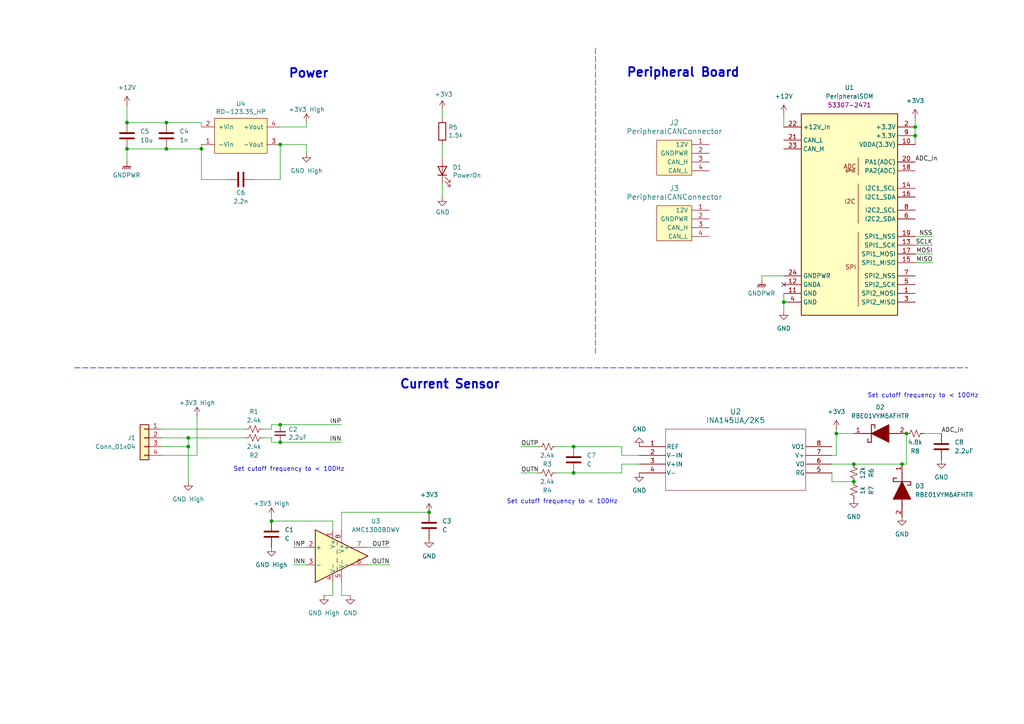
<source format=kicad_sch>
(kicad_sch (version 20231120) (generator "eeschema") (generator_version "8.0")
  (paper "A4")
  (lib_symbols
    (symbol "+3V3_1" (power) (pin_numbers hide) (pin_names (offset 0) hide)
      (property "Value" "+3V3" (at 0 3.556 0))
      (symbol "+3V3_1_0_1"
        (polyline (pts (xy -0.762 1.27) (xy 0 2.54)))
        (polyline (pts (xy 0 0) (xy 0 2.54)))
        (polyline (pts (xy 0 2.54) (xy 0.762 1.27)))
      )
      (symbol "+3V3_1_1_1"
        (pin power_in line (at 0 0 90) (length 0) (name "~") (number "1"))
      )
    )
    (symbol "Amplifier_Difference:AMC1300BDWV" (pin_names (offset 0.127))
      (property "Reference" "U" (at 7.62 8.89 0))
      (property "Value" "AMC1300BDWV" (at 1.27 6.35 0))
      (symbol "AMC1300BDWV_0_1"
        (polyline (pts (xy -1.27 -3.175) (xy -1.27 -4.445)))
        (polyline (pts (xy -1.27 -0.635) (xy -1.27 -1.905)))
        (polyline (pts (xy -1.27 1.905) (xy -1.27 0.635)))
        (polyline (pts (xy -1.27 4.445) (xy -1.27 3.175)))
        (polyline (pts (xy -7.62 -7.62) (xy -7.62 7.62) (xy 7.62 0) (xy -7.62 -7.62)) (stroke (width 0.254)) (fill (type background)))
      )
      (symbol "AMC1300BDWV_1_1"
        (pin power_in line (at -2.54 7.62 270) (length 2.54) (name "V+") (number "1"))
        (pin input line (at -10.16 2.54 0) (length 2.54) (name "+") (number "2"))
        (pin input line (at -10.16 -2.54 0) (length 2.54) (name "-") (number "3"))
        (pin power_in line (at -2.54 -7.62 90) (length 2.54) (name "V-") (number "4"))
        (pin power_in line (at 0 -7.62 90) (length 3.81) (name "V-") (number "5"))
        (pin output line (at 7.62 -2.54 180) (length 5.08) (name "-") (number "6"))
        (pin output line (at 7.62 2.54 180) (length 5.08) (name "+") (number "7"))
        (pin power_in line (at 0 7.62 270) (length 3.81) (name "V+") (number "8"))
      )
    )
    (symbol "Connector_Generic:Conn_01x04" (pin_names (offset 1.016) hide)
      (property "Reference" "J" (at 0 5.08 0))
      (property "Value" "Conn_01x04" (at 0 -7.62 0))
      (symbol "Conn_01x04_1_1"
        (rectangle (start -1.27 -4.953) (end 0 -5.207) (stroke (width 0.1524)))
        (rectangle (start -1.27 -2.413) (end 0 -2.667) (stroke (width 0.1524)))
        (rectangle (start -1.27 0.127) (end 0 -0.127) (stroke (width 0.1524)))
        (rectangle (start -1.27 2.667) (end 0 2.413) (stroke (width 0.1524)))
        (rectangle (start -1.27 3.81) (end 1.27 -6.35) (stroke (width 0.254)) (fill (type background)))
        (pin passive line (at -5.08 2.54 0) (length 3.81) (name "Pin_1") (number "1"))
        (pin passive line (at -5.08 0 0) (length 3.81) (name "Pin_2") (number "2"))
        (pin passive line (at -5.08 -2.54 0) (length 3.81) (name "Pin_3") (number "3"))
        (pin passive line (at -5.08 -5.08 0) (length 3.81) (name "Pin_4") (number "4"))
      )
    )
    (symbol "Device:C" (pin_numbers hide) (pin_names (offset 0.254))
      (property "Reference" "C" (at 0.635 2.54 0))
      (property "Value" "C" (at 0.635 -2.54 0))
      (symbol "C_0_1"
        (polyline (pts (xy -2.032 -0.762) (xy 2.032 -0.762)) (stroke (width 0.508)))
        (polyline (pts (xy -2.032 0.762) (xy 2.032 0.762)) (stroke (width 0.508)))
      )
      (symbol "C_1_1"
        (pin passive line (at 0 3.81 270) (length 2.794) (name "~") (number "1"))
        (pin passive line (at 0 -3.81 90) (length 2.794) (name "~") (number "2"))
      )
    )
    (symbol "Device:C_Small" (pin_numbers hide) (pin_names (offset 0.254) hide)
      (property "Reference" "C" (at 0.254 1.778 0))
      (property "Value" "C_Small" (at 0.254 -2.032 0))
      (symbol "C_Small_0_1"
        (polyline (pts (xy -1.524 -0.508) (xy 1.524 -0.508)) (stroke (width 0.3302)))
        (polyline (pts (xy -1.524 0.508) (xy 1.524 0.508)) (stroke (width 0.3048)))
      )
      (symbol "C_Small_1_1"
        (pin passive line (at 0 2.54 270) (length 2.032) (name "~") (number "1"))
        (pin passive line (at 0 -2.54 90) (length 2.032) (name "~") (number "2"))
      )
    )
    (symbol "Device:LED" (pin_numbers hide) (pin_names (offset 1.016) hide)
      (property "Reference" "D" (at 0 2.54 0))
      (property "Value" "LED" (at 0 -2.54 0))
      (symbol "LED_0_1"
        (polyline (pts (xy -1.27 -1.27) (xy -1.27 1.27)) (stroke (width 0.254)))
        (polyline (pts (xy -1.27 0) (xy 1.27 0)))
        (polyline (pts (xy 1.27 -1.27) (xy 1.27 1.27) (xy -1.27 0) (xy 1.27 -1.27)) (stroke (width 0.254)))
        (polyline (pts (xy -3.048 -0.762) (xy -4.572 -2.286) (xy -3.81 -2.286) (xy -4.572 -2.286) (xy -4.572 -1.524)))
        (polyline (pts (xy -1.778 -0.762) (xy -3.302 -2.286) (xy -2.54 -2.286) (xy -3.302 -2.286) (xy -3.302 -1.524)))
      )
      (symbol "LED_1_1"
        (pin passive line (at -3.81 0 0) (length 2.54) (name "K") (number "1"))
        (pin passive line (at 3.81 0 180) (length 2.54) (name "A") (number "2"))
      )
    )
    (symbol "Device:R" (pin_numbers hide) (pin_names (offset 0))
      (property "Reference" "R" (at 2.032 0 90))
      (property "Value" "R" (at 0 0 90))
      (symbol "R_0_1"
        (rectangle (start -1.016 -2.54) (end 1.016 2.54) (stroke (width 0.254)))
      )
      (symbol "R_1_1"
        (pin passive line (at 0 3.81 270) (length 1.27) (name "~") (number "1"))
        (pin passive line (at 0 -3.81 90) (length 1.27) (name "~") (number "2"))
      )
    )
    (symbol "Device:R_Small_US" (pin_numbers hide) (pin_names (offset 0.254) hide)
      (property "Reference" "R" (at 0.762 0.508 0))
      (property "Value" "R_Small_US" (at 0.762 -1.016 0))
      (symbol "R_Small_US_1_1"
        (polyline (pts (xy 0 0) (xy 1.016 -0.381) (xy 0 -0.762) (xy -1.016 -1.143) (xy 0 -1.524)))
        (polyline (pts (xy 0 1.524) (xy 1.016 1.143) (xy 0 0.762) (xy -1.016 0.381) (xy 0 0)))
        (pin passive line (at 0 2.54 270) (length 1.016) (name "~") (number "1"))
        (pin passive line (at 0 -2.54 90) (length 1.016) (name "~") (number "2"))
      )
    )
    (symbol "GND_2" (power) (pin_numbers hide) (pin_names (offset 0) hide)
      (property "Value" "GND" (at 0 -3.81 0))
      (symbol "GND_2_0_1"
        (polyline (pts (xy 0 0) (xy 0 -1.27) (xy 1.27 -1.27) (xy 0 -2.54) (xy -1.27 -1.27) (xy 0 -1.27)))
      )
      (symbol "GND_2_1_1"
        (pin power_in line (at 0 0 270) (length 0) (name "~") (number "1"))
      )
    )
    (symbol "GND_3" (power) (pin_numbers hide) (pin_names (offset 0) hide)
      (property "Value" "GND" (at 0 -3.81 0))
      (symbol "GND_3_0_1"
        (polyline (pts (xy 0 0) (xy 0 -1.27) (xy 1.27 -1.27) (xy 0 -2.54) (xy -1.27 -1.27) (xy 0 -1.27)))
      )
      (symbol "GND_3_1_1"
        (pin power_in line (at 0 0 270) (length 0) (name "~") (number "1"))
      )
    )
    (symbol "power:+12V" (power) (pin_numbers hide) (pin_names (offset 0) hide)
      (property "Value" "+12V" (at 0 3.556 0))
      (symbol "+12V_0_1"
        (polyline (pts (xy -0.762 1.27) (xy 0 2.54)))
        (polyline (pts (xy 0 0) (xy 0 2.54)))
        (polyline (pts (xy 0 2.54) (xy 0.762 1.27)))
      )
      (symbol "+12V_1_1"
        (pin power_in line (at 0 0 90) (length 0) (name "~") (number "1"))
      )
    )
    (symbol "power:+3.3V" (power) (pin_names (offset 0))
      (property "Value" "+3.3V" (at 0 3.556 0))
      (symbol "+3.3V_0_1"
        (polyline (pts (xy -0.762 1.27) (xy 0 2.54)))
        (polyline (pts (xy 0 0) (xy 0 2.54)))
        (polyline (pts (xy 0 2.54) (xy 0.762 1.27)))
      )
      (symbol "+3.3V_1_1"
        (pin power_in line (at 0 0 90) (length 0) hide (name "+3V3") (number "1"))
      )
    )
    (symbol "power:+3V3" (power) (pin_names (offset 0))
      (property "Value" "+3V3" (at 0 3.556 0))
      (symbol "+3V3_0_1"
        (polyline (pts (xy -0.762 1.27) (xy 0 2.54)))
        (polyline (pts (xy 0 0) (xy 0 2.54)))
        (polyline (pts (xy 0 2.54) (xy 0.762 1.27)))
      )
      (symbol "+3V3_1_1"
        (pin power_in line (at 0 0 90) (length 0) hide (name "+3V3") (number "1"))
      )
    )
    (symbol "power:GND" (power) (pin_names (offset 0))
      (property "Value" "GND" (at 0 -3.81 0))
      (symbol "GND_0_1"
        (polyline (pts (xy 0 0) (xy 0 -1.27) (xy 1.27 -1.27) (xy 0 -2.54) (xy -1.27 -1.27) (xy 0 -1.27)))
      )
      (symbol "GND_1_1"
        (pin power_in line (at 0 0 270) (length 0) hide (name "GND") (number "1"))
      )
    )
    (symbol "power:GNDPWR" (power) (pin_numbers hide) (pin_names (offset 0) hide)
      (property "Value" "GNDPWR" (at 0 -3.302 0))
      (symbol "GNDPWR_0_1"
        (polyline (pts (xy 0 -1.27) (xy 0 0)))
        (polyline (pts (xy -1.016 -1.27) (xy -1.27 -2.032) (xy -1.27 -2.032)) (stroke (width 0.2032)))
        (polyline (pts (xy -0.508 -1.27) (xy -0.762 -2.032) (xy -0.762 -2.032)) (stroke (width 0.2032)))
        (polyline (pts (xy 0 -1.27) (xy -0.254 -2.032) (xy -0.254 -2.032)) (stroke (width 0.2032)))
        (polyline (pts (xy 0.508 -1.27) (xy 0.254 -2.032) (xy 0.254 -2.032)) (stroke (width 0.2032)))
        (polyline (pts (xy 1.016 -1.27) (xy -1.016 -1.27) (xy -1.016 -1.27)) (stroke (width 0.2032)))
        (polyline (pts (xy 1.016 -1.27) (xy 0.762 -2.032) (xy 0.762 -2.032) (xy 0.762 -2.032)) (stroke (width 0.2032)))
      )
      (symbol "GNDPWR_1_1"
        (pin power_in line (at 0 0 270) (length 0) (name "~") (number "1"))
      )
    )
    (symbol "usvt-chips:INA145UA_2K5" (pin_names (offset 0.254))
      (property "Reference" "U" (at 27.94 10.16 0))
      (property "Value" "INA145UA/2K5" (at 27.94 7.62 0))
      (symbol "INA145UA_2K5_0_1"
        (polyline (pts (xy 7.62 -12.7) (xy 48.26 -12.7)) (stroke (width 0.127)))
        (polyline (pts (xy 7.62 5.08) (xy 7.62 -12.7)) (stroke (width 0.127)))
        (polyline (pts (xy 48.26 -12.7) (xy 48.26 5.08)) (stroke (width 0.127)))
        (polyline (pts (xy 48.26 5.08) (xy 7.62 5.08)) (stroke (width 0.127)))
        (pin unspecified line (at 0 0 0) (length 7.62) (name "REF") (number "1"))
        (pin input line (at 0 -2.54 0) (length 7.62) (name "V-IN") (number "2"))
        (pin input line (at 0 -5.08 0) (length 7.62) (name "V+IN") (number "3"))
        (pin power_in line (at 0 -7.62 0) (length 7.62) (name "V-") (number "4"))
        (pin unspecified line (at 55.88 -7.62 180) (length 7.62) (name "RG") (number "5"))
        (pin output line (at 55.88 -5.08 180) (length 7.62) (name "VO") (number "6"))
        (pin power_in line (at 55.88 -2.54 180) (length 7.62) (name "V+") (number "7"))
        (pin output line (at 55.88 0 180) (length 7.62) (name "VO1") (number "8"))
      )
    )
    (symbol "usvt-chips:RBE01VYM6AFHTR" (pin_names hide)
      (property "Reference" "D" (at 12.7 8.89 0))
      (property "Value" "RBE01VYM6AFHTR" (at 12.7 6.35 0))
      (symbol "RBE01VYM6AFHTR_1_1"
        (polyline (pts (xy 5.08 0) (xy 7.62 0)) (stroke (width 0.254)))
        (polyline (pts (xy 6.604 -1.524) (xy 6.604 -2.54)) (stroke (width 0.254)))
        (polyline (pts (xy 7.62 -2.54) (xy 6.604 -2.54)) (stroke (width 0.254)))
        (polyline (pts (xy 7.62 2.54) (xy 7.62 -2.54)) (stroke (width 0.254)))
        (polyline (pts (xy 7.62 2.54) (xy 8.636 2.54)) (stroke (width 0.254)))
        (polyline (pts (xy 8.636 1.524) (xy 8.636 2.54)) (stroke (width 0.254)))
        (polyline (pts (xy 12.7 0) (xy 15.24 0)) (stroke (width 0.254)))
        (polyline (pts (xy 7.62 0) (xy 12.7 2.54) (xy 12.7 -2.54) (xy 7.62 0)) (stroke (width 0.254)) (fill (type outline)))
        (pin passive line (at 2.54 0 0) (length 2.54) (name "K") (number "1"))
        (pin passive line (at 17.78 0 180) (length 2.54) (name "A") (number "2"))
      )
    )
    (symbol "utsvt-connectors:PeripheralCANConnector" (pin_names (offset 1.016))
      (property "Reference" "J" (at 1.27 -6.35 0))
      (property "Value" "PeripheralCANConnector" (at 0 6.35 0))
      (symbol "PeripheralCANConnector_0_1"
        (rectangle (start -5.08 5.08) (end 5.08 -5.08) (fill (type background)))
      )
      (symbol "PeripheralCANConnector_1_1"
        (pin power_in line (at 10.16 3.81 180) (length 5.08) (name "12V") (number "1"))
        (pin power_in line (at 10.16 1.27 180) (length 5.08) (name "GNDPWR") (number "2"))
        (pin bidirectional line (at 10.16 -1.27 180) (length 5.08) (name "CAN_H") (number "3"))
        (pin bidirectional line (at 10.16 -3.81 180) (length 5.08) (name "CAN_L") (number "4"))
      )
    )
    (symbol "utsvt-misc:PeripheralSOM"
      (property "Reference" "U" (at -13.716 30.48 0))
      (property "Value" "PeripheralSOM" (at 7.112 30.48 0))
      (property "P/N" "53307-2471" (at 0 0 0))
      (symbol "PeripheralSOM_1_1"
        (rectangle (start -13.97 29.21) (end 13.97 -29.21) (stroke (width 0.254)) (fill (type background)))
        (polyline (pts (xy 2.54 -5.08) (xy 2.54 -26.67)))
        (polyline (pts (xy 2.54 8.89) (xy 2.54 -2.54)))
        (polyline (pts (xy 2.54 16.51) (xy 2.54 11.43)))
        (text "ADC" (at 2.032 13.97 0) (effects (font (size 1.27 1.27)) (justify right)))
        (text "GPIO" (at 1.778 12.7 0) (effects (font (size 0.8 0.8)) (justify right)))
        (text "I2C" (at 1.778 3.81 0) (effects (font (size 1.27 1.27)) (justify right)))
        (text "SPI" (at 2.032 -15.24 0) (effects (font (size 1.27 1.27)) (justify right)))
        (pin passive line (at 19.05 -22.86 180) (length 5.08) (name "SPI2_MOSI") (number "1"))
        (pin passive line (at 19.05 20.32 180) (length 5.08) (name "VDDA(3.3V)") (number "10"))
        (pin output line (at -19.05 -22.86 0) (length 5.08) (name "GND") (number "11"))
        (pin output line (at -19.05 -20.32 0) (length 5.08) (name "GNDA") (number "12"))
        (pin passive line (at 19.05 -8.89 180) (length 5.08) (name "SPI1_SCK") (number "13"))
        (pin passive line (at 19.05 7.62 180) (length 5.08) (name "I2C1_SCL") (number "14"))
        (pin passive line (at 19.05 -13.97 180) (length 5.08) (name "SPI1_MISO") (number "15"))
        (pin passive line (at 19.05 5.08 180) (length 5.08) (name "I2C1_SDA") (number "16"))
        (pin passive line (at 19.05 -11.43 180) (length 5.08) (name "SPI1_MOSI") (number "17"))
        (pin passive line (at 19.05 12.7 180) (length 5.08) (name "PA2(ADC)") (number "18"))
        (pin passive line (at 19.05 -6.35 180) (length 5.08) (name "SPI1_NSS") (number "19"))
        (pin passive line (at 19.05 25.4 180) (length 5.08) (name "+3.3V") (number "2"))
        (pin passive line (at 19.05 15.24 180) (length 5.08) (name "PA1(ADC)") (number "20"))
        (pin passive line (at -19.05 21.59 0) (length 5.08) (name "CAN_L") (number "21"))
        (pin input line (at -19.05 25.4 0) (length 5.08) (name "+12V_In") (number "22"))
        (pin passive line (at -19.05 19.05 0) (length 5.08) (name "CAN_H") (number "23"))
        (pin passive line (at -19.05 -17.78 0) (length 5.08) (name "GNDPWR") (number "24"))
        (pin passive line (at 19.05 -25.4 180) (length 5.08) (name "SPI2_MISO") (number "3"))
        (pin output line (at -19.05 -25.4 0) (length 5.08) (name "GND") (number "4"))
        (pin passive line (at 19.05 -20.32 180) (length 5.08) (name "SPI2_SCK") (number "5"))
        (pin passive line (at 19.05 -1.27 180) (length 5.08) (name "I2C2_SDA") (number "6"))
        (pin passive line (at 19.05 -17.78 180) (length 5.08) (name "SPI2_NSS") (number "7"))
        (pin passive line (at 19.05 1.27 180) (length 5.08) (name "I2C2_SCL") (number "8"))
        (pin output line (at 19.05 22.86 180) (length 5.08) (name "+3.3V") (number "9"))
      )
    )
    (symbol "utsvt-power-regulators:RO-123.3S_HP" (pin_names (offset 1.016))
      (property "Reference" "U" (at 0 10.16 0))
      (property "Value" "RO-123.3S_HP" (at 0 7.62 0))
      (symbol "RO-123.3S_HP_1_1"
        (rectangle (start -7.62 5.08) (end 7.62 -5.08) (fill (type background)))
        (pin input line (at -11.43 -2.54 0) (length 3.81) (name "-Vin") (number "1"))
        (pin power_in line (at -11.43 2.54 0) (length 3.81) (name "+Vin") (number "2"))
        (pin power_out line (at 11.43 -2.54 180) (length 3.81) (name "-Vout") (number "3"))
        (pin power_out line (at 11.43 2.54 180) (length 3.81) (name "+Vout") (number "4"))
      )
    )
  )
  (junction (at 36.83 35.56))
  (junction (at 265.43 36.83))
  (junction (at 36.83 43.18))
  (junction (at 265.43 39.37))
  (junction (at 48.26 35.56))
  (junction (at 166.37 129.54))
  (junction (at 227.33 87.63))
  (junction (at 54.61 127))
  (junction (at 78.74 151.13))
  (junction (at 261.62 134.62))
  (junction (at 124.46 148.59))
  (junction (at 247.65 134.62))
  (junction (at 166.37 137.16))
  (junction (at 81.28 123.19))
  (junction (at 262.89 125.73))
  (junction (at 81.28 41.91))
  (junction (at 81.28 128.27))
  (junction (at 54.61 129.54))
  (junction (at 247.65 139.7))
  (junction (at 48.26 43.18))
  (junction (at 242.57 125.73))
  (junction (at 58.42 43.18))
  (no_connect (at 227.33 82.55))
  (wire (pts (xy 54.61 129.54) (xy 54.61 139.7)))
  (wire (pts (xy 78.74 151.13) (xy 96.52 151.13)))
  (wire (pts (xy 180.34 137.16) (xy 166.37 137.16)))
  (wire (pts (xy 48.26 43.18) (xy 58.42 43.18)))
  (wire (pts (xy 78.74 127) (xy 78.74 128.27)))
  (wire (pts (xy 128.27 31.75) (xy 128.27 34.29)))
  (wire (pts (xy 81.28 128.27) (xy 99.06 128.27)))
  (wire (pts (xy 262.89 125.73) (xy 262.89 134.62)))
  (wire (pts (xy 78.74 123.19) (xy 81.28 123.19)))
  (wire (pts (xy 96.52 153.67) (xy 96.52 151.13)))
  (wire (pts (xy 261.62 134.62) (xy 247.65 134.62)))
  (wire (pts (xy 220.98 80.01) (xy 220.98 81.28)))
  (wire (pts (xy 57.15 120.65) (xy 57.15 132.08)))
  (wire (pts (xy 58.42 35.56) (xy 58.42 36.83)))
  (wire (pts (xy 93.98 172.72) (xy 96.52 172.72)))
  (wire (pts (xy 76.2 127) (xy 78.74 127)))
  (wire (pts (xy 265.43 68.58) (xy 270.51 68.58)))
  (wire (pts (xy 99.06 148.59) (xy 124.46 148.59)))
  (wire (pts (xy 247.65 139.7) (xy 241.3 139.7)))
  (wire (pts (xy 241.3 134.62) (xy 247.65 134.62)))
  (wire (pts (xy 54.61 127) (xy 71.12 127)))
  (wire (pts (xy 180.34 134.62) (xy 185.42 134.62)))
  (wire (pts (xy 85.09 158.75) (xy 88.9 158.75)))
  (wire (pts (xy 267.97 125.73) (xy 273.05 125.73)))
  (wire (pts (xy 46.99 129.54) (xy 54.61 129.54)))
  (wire (pts (xy 81.28 41.91) (xy 88.9 41.91)))
  (wire (pts (xy 265.43 34.29) (xy 265.43 36.83)))
  (wire (pts (xy 58.42 41.91) (xy 58.42 43.18)))
  (wire (pts (xy 96.52 172.72) (xy 96.52 168.91)))
  (wire (pts (xy 128.27 53.34) (xy 128.27 57.15)))
  (wire (pts (xy 66.04 52.07) (xy 58.42 52.07)))
  (wire (pts (xy 265.43 73.66) (xy 270.51 73.66)))
  (wire (pts (xy 106.68 158.75) (xy 113.03 158.75)))
  (wire (pts (xy 76.2 124.46) (xy 78.74 124.46)))
  (wire (pts (xy 88.9 35.56) (xy 88.9 36.83)))
  (wire (pts (xy 46.99 124.46) (xy 71.12 124.46)))
  (wire (pts (xy 265.43 36.83) (xy 265.43 39.37)))
  (wire (pts (xy 48.26 35.56) (xy 58.42 35.56)))
  (wire (pts (xy 57.15 132.08) (xy 46.99 132.08)))
  (wire (pts (xy 73.66 52.07) (xy 81.28 52.07)))
  (wire (pts (xy 58.42 43.18) (xy 58.42 52.07)))
  (wire (pts (xy 242.57 125.73) (xy 242.57 132.08)))
  (wire (pts (xy 78.74 124.46) (xy 78.74 123.19)))
  (wire (pts (xy 227.33 33.02) (xy 227.33 36.83)))
  (wire (pts (xy 180.34 132.08) (xy 185.42 132.08)))
  (polyline (pts (xy 21.59 106.68) (xy 280.67 106.68)) (stroke (width 0) (type dash)))
  (polyline (pts (xy 172.72 13.97) (xy 172.72 102.87)) (stroke (width 0) (type dash)))
  (wire (pts (xy 241.3 139.7) (xy 241.3 137.16)))
  (wire (pts (xy 161.29 137.16) (xy 166.37 137.16)))
  (wire (pts (xy 151.13 137.16) (xy 156.21 137.16)))
  (wire (pts (xy 81.28 123.19) (xy 99.06 123.19)))
  (wire (pts (xy 180.34 134.62) (xy 180.34 137.16)))
  (wire (pts (xy 227.33 80.01) (xy 220.98 80.01)))
  (wire (pts (xy 180.34 129.54) (xy 166.37 129.54)))
  (wire (pts (xy 88.9 41.91) (xy 88.9 44.45)))
  (wire (pts (xy 161.29 129.54) (xy 166.37 129.54)))
  (wire (pts (xy 265.43 71.12) (xy 270.51 71.12)))
  (wire (pts (xy 99.06 153.67) (xy 99.06 148.59)))
  (wire (pts (xy 242.57 132.08) (xy 241.3 132.08)))
  (wire (pts (xy 242.57 124.46) (xy 242.57 125.73)))
  (wire (pts (xy 36.83 35.56) (xy 48.26 35.56)))
  (wire (pts (xy 36.83 43.18) (xy 48.26 43.18)))
  (wire (pts (xy 265.43 76.2) (xy 270.51 76.2)))
  (wire (pts (xy 81.28 52.07) (xy 81.28 41.91)))
  (wire (pts (xy 78.74 149.86) (xy 78.74 151.13)))
  (wire (pts (xy 78.74 128.27) (xy 81.28 128.27)))
  (wire (pts (xy 101.6 172.72) (xy 99.06 172.72)))
  (wire (pts (xy 46.99 127) (xy 54.61 127)))
  (wire (pts (xy 106.68 163.83) (xy 113.03 163.83)))
  (wire (pts (xy 36.83 30.48) (xy 36.83 35.56)))
  (wire (pts (xy 36.83 43.18) (xy 36.83 46.99)))
  (wire (pts (xy 265.43 39.37) (xy 265.43 41.91)))
  (wire (pts (xy 85.09 163.83) (xy 88.9 163.83)))
  (wire (pts (xy 54.61 127) (xy 54.61 129.54)))
  (wire (pts (xy 99.06 172.72) (xy 99.06 168.91)))
  (wire (pts (xy 151.13 129.54) (xy 156.21 129.54)))
  (wire (pts (xy 180.34 129.54) (xy 180.34 132.08)))
  (wire (pts (xy 227.33 85.09) (xy 227.33 87.63)))
  (wire (pts (xy 227.33 87.63) (xy 227.33 90.17)))
  (wire (pts (xy 262.89 134.62) (xy 261.62 134.62)))
  (wire (pts (xy 128.27 41.91) (xy 128.27 45.72)))
  (wire (pts (xy 242.57 125.73) (xy 247.65 125.73)))
  (wire (pts (xy 81.28 36.83) (xy 88.9 36.83)))
  (text "Peripheral Board" (at 181.61 22.606 0) (effects (font (size 2.54 2.54) (thickness 0.508) (bold yes)) (justify left bottom)))
  (text "Set cutoff frequency to < 100Hz" (at 83.82 136.144 0) (effects (font (size 1.27 1.27))))
  (text "Set cutoff frequency to < 100Hz" (at 163.068 145.542 0) (effects (font (size 1.27 1.27))))
  (text "Set cutoff frequency to < 100Hz" (at 267.716 114.808 0) (effects (font (size 1.27 1.27))))
  (text "Current Sensor" (at 115.824 113.03 0) (effects (font (size 2.54 2.54) (thickness 0.508) (bold yes)) (justify left bottom)))
  (text "Power" (at 83.566 22.86 0) (effects (font (size 2.54 2.54) (thickness 0.508) (bold yes)) (justify left bottom)))
  (label "INP" (at 99.06 123.19 180))
  (label "MISO" (at 270.51 76.2 180))
  (label "SCLK" (at 270.51 71.12 180))
  (label "OUTN" (at 113.03 163.83 180))
  (label "INN" (at 85.09 163.83 0))
  (label "NSS" (at 270.51 68.58 180))
  (label "MOSI" (at 270.51 73.66 180))
  (label "ADC_In" (at 265.43 46.99 0))
  (label "ADC_In" (at 273.05 125.73 0))
  (label "INN" (at 99.06 128.27 180))
  (label "OUTN" (at 151.13 137.16 0))
  (label "OUTP" (at 151.13 129.54 0))
  (label "OUTP" (at 113.03 158.75 180))
  (label "INP" (at 85.09 158.75 0))
  (symbol (lib_id "power:+12V") (at 36.83 30.48 0) (unit 1)
    (property "Reference" "#PWR05" (effects (hide yes)))
    (property "Value" "+12V" (at 36.83 25.4 0))
    (property "Description" "Power symbol creates a global label with name \"+12V\"" (effects (hide yes)))
  )
  (symbol (lib_name "GND_2") (lib_id "power:GND") (at 78.74 158.75 0) (unit 1)
    (property "Reference" "#PWR03" (effects (hide yes)))
    (property "Value" "GND High" (at 78.74 163.83 0))
    (property "Description" "Power symbol creates a global label with name \"GND\" , ground" (effects (hide yes)))
  )
  (symbol (lib_id "utsvt-power-regulators:RO-123.3S_HP") (at 69.85 39.37 0) (unit 1)
    (property "Reference" "U4" (at 69.85 30.099 0))
    (property "Value" "RO-123.3S_HP" (at 69.85 32.4104 0))
    (property "Footprint" "UTSVT_ICs:RI3_DC_Converter" (effects (hide yes)))
    (property "Datasheet" "https://www.mouser.com/datasheet/2/468/RO-1711124.pdf" (effects (hide yes)))
    (property "Mfg" "RM-123.3S/H" (effects (hide yes)))
  )
  (symbol (lib_id "Device:R_Small_US") (at 73.66 127 270) (unit 1)
    (property "Reference" "R2" (at 73.66 132.08 90))
    (property "Value" "2.4k" (at 73.66 129.54 90))
    (property "Footprint" "Resistor_SMD:R_0805_2012Metric" (effects (hide yes)))
    (property "Mfg" "CRCW08051K20FKEA" (effects (hide yes)))
  )
  (symbol (lib_name "GND_2") (lib_id "power:GND") (at 247.65 144.78 0) (unit 1)
    (property "Reference" "#PWR022" (effects (hide yes)))
    (property "Value" "GND" (at 247.65 149.86 0))
    (property "Description" "Power symbol creates a global label with name \"GND\" , ground" (effects (hide yes)))
  )
  (symbol (lib_id "power:+12V") (at 227.33 33.02 0) (unit 1)
    (property "Reference" "#PWR010" (effects (hide yes)))
    (property "Value" "+12V" (at 227.33 27.94 0))
    (property "Description" "Power symbol creates a global label with name \"+12V\"" (effects (hide yes)))
  )
  (symbol (lib_name "GND_2") (lib_id "power:GND") (at 261.62 149.86 0) (unit 1)
    (property "Reference" "#PWR023" (effects (hide yes)))
    (property "Value" "GND" (at 261.62 154.94 0))
    (property "Description" "Power symbol creates a global label with name \"GND\" , ground" (effects (hide yes)))
  )
  (symbol (lib_id "power:+3V3") (at 88.9 35.56 0) (unit 1)
    (property "Reference" "#PWR015" (effects (hide yes)))
    (property "Value" "+3V3 High" (at 88.9 31.75 0))
  )
  (symbol (lib_id "Device:C") (at 36.83 39.37 0) (unit 1)
    (property "Reference" "C5" (at 40.64 38.0999 0) (effects (justify left)))
    (property "Value" "10u" (at 40.64 40.6399 0) (effects (justify left)))
    (property "Description" "Unpolarized capacitor" (effects (hide yes)))
  )
  (symbol (lib_id "power:+3V3") (at 78.74 149.86 0) (unit 1)
    (property "Reference" "#PWR04" (effects (hide yes)))
    (property "Value" "+3V3 High" (at 78.74 146.05 0))
  )
  (symbol (lib_id "Device:R") (at 128.27 38.1 0) (unit 1)
    (property "Reference" "R5" (at 130.048 36.9316 0) (effects (justify left)))
    (property "Value" "1.5k" (at 130.048 39.243 0) (effects (justify left)))
    (property "Footprint" "Resistor_SMD:R_0805_2012Metric" (effects (hide yes)))
    (property "Mfg" "SDR10EZPJ152" (effects (hide yes)))
  )
  (symbol (lib_name "+3V3_1") (lib_id "power:+3V3") (at 124.46 148.59 0) (unit 1)
    (property "Reference" "#PWR08" (effects (hide yes)))
    (property "Value" "+3V3" (at 124.46 143.51 0))
    (property "Description" "Power symbol creates a global label with name \"+3V3\"" (effects (hide yes)))
  )
  (symbol (lib_id "Device:C") (at 166.37 133.35 0) (unit 1)
    (property "Reference" "C7" (at 170.18 132.0799 0) (effects (justify left)))
    (property "Value" "C" (at 170.18 134.6199 0) (effects (justify left)))
    (property "Description" "Unpolarized capacitor" (effects (hide yes)))
  )
  (symbol (lib_name "GND_2") (lib_id "power:GND") (at 54.61 139.7 0) (unit 1)
    (property "Reference" "#PWR013" (effects (hide yes)))
    (property "Value" "GND High" (at 54.61 144.78 0))
    (property "Description" "Power symbol creates a global label with name \"GND\" , ground" (effects (hide yes)))
  )
  (symbol (lib_name "GND_2") (lib_id "power:GND") (at 273.05 133.35 0) (unit 1)
    (property "Reference" "#PWR024" (effects (hide yes)))
    (property "Value" "GND" (at 273.05 138.43 0))
    (property "Description" "Power symbol creates a global label with name \"GND\" , ground" (effects (hide yes)))
  )
  (symbol (lib_id "Device:R_Small_US") (at 158.75 129.54 270) (unit 1)
    (property "Reference" "R3" (at 158.75 134.62 90))
    (property "Value" "2.4k" (at 158.75 132.08 90))
    (property "Footprint" "Resistor_SMD:R_0805_2012Metric" (effects (hide yes)))
    (property "Mfg" "CRCW08051K20FKEA" (effects (hide yes)))
  )
  (symbol (lib_id "Connector_Generic:Conn_01x04") (at 41.91 127 0) (mirror y) (unit 1)
    (property "Reference" "J1" (at 39.37 126.9999 0) (effects (justify left)))
    (property "Value" "Conn_01x04" (at 39.37 129.5399 0) (effects (justify left)))
    (property "Description" "Generic connector, single row, 01x04, script generated (kicad-library-utils/schlib/autogen/connector/)" (effects (hide yes)))
  )
  (symbol (lib_id "power:+3V3") (at 57.15 120.65 0) (unit 1)
    (property "Reference" "#PWR06" (effects (hide yes)))
    (property "Value" "+3V3 High" (at 57.15 116.84 0))
  )
  (symbol (lib_id "Device:C") (at 69.85 52.07 90) (unit 1)
    (property "Reference" "C6" (at 69.85 55.88 90))
    (property "Value" "2.2n" (at 69.85 58.42 90))
    (property "Footprint" "Capacitor_SMD:C_0805_2012Metric" (effects (hide yes)))
    (property "Mfg" "C0805J222K5RACAUTO" (effects (hide yes)))
  )
  (symbol (lib_id "Device:R_Small_US") (at 247.65 142.24 0) (unit 1)
    (property "Reference" "R7" (at 252.73 142.24 90))
    (property "Value" "1k" (at 250.19 142.24 90))
    (property "Footprint" "Resistor_SMD:R_0805_2012Metric" (effects (hide yes)))
    (property "Mfg" "CRCW08051K20FKEA" (effects (hide yes)))
  )
  (symbol (lib_name "GND_2") (lib_id "power:GND") (at 88.9 44.45 0) (unit 1)
    (property "Reference" "#PWR016" (effects (hide yes)))
    (property "Value" "GND High" (at 88.9 49.53 0))
    (property "Description" "Power symbol creates a global label with name \"GND\" , ground" (effects (hide yes)))
  )
  (symbol (lib_id "power:GND") (at 128.27 57.15 0) (unit 1)
    (property "Reference" "#PWR020" (effects (hide yes)))
    (property "Value" "GND" (at 128.397 61.5442 0))
  )
  (symbol (lib_name "GND_2") (lib_id "power:GND") (at 185.42 129.54 180) (unit 1)
    (property "Reference" "#PWR018" (effects (hide yes)))
    (property "Value" "GND" (at 185.42 124.46 0))
    (property "Description" "Power symbol creates a global label with name \"GND\" , ground" (effects (hide yes)))
  )
  (symbol (lib_id "power:+3.3V") (at 128.27 31.75 0) (unit 1)
    (property "Reference" "#PWR019" (effects (hide yes)))
    (property "Value" "+3V3" (at 128.651 27.3558 0))
  )
  (symbol (lib_id "Device:C") (at 48.26 39.37 0) (unit 1)
    (property "Reference" "C4" (at 52.07 38.0999 0) (effects (justify left)))
    (property "Value" "1n" (at 52.07 40.6399 0) (effects (justify left)))
    (property "Description" "Unpolarized capacitor" (effects (hide yes)))
  )
  (symbol (lib_id "Device:C") (at 124.46 152.4 0) (unit 1)
    (property "Reference" "C3" (at 128.27 151.1299 0) (effects (justify left)))
    (property "Value" "C" (at 128.27 153.6699 0) (effects (justify left)))
    (property "Description" "Unpolarized capacitor" (effects (hide yes)))
  )
  (symbol (lib_id "Amplifier_Difference:AMC1300BDWV") (at 99.06 161.29 0) (unit 1)
    (property "Reference" "U3" (at 108.966 151.13 0))
    (property "Value" "AMC1300BDWV" (at 108.966 153.67 0))
    (property "Footprint" "Package_SO:SOIC-8_7.5x5.85mm_P1.27mm" (effects (hide yes)))
    (property "Datasheet" "http://www.ti.com/lit/ds/symlink/amc1300.pdf" (effects (hide yes)))
    (property "Description" "Fully-differental precision isolated amplifier, ±250-mV Input, reinforced isloation, fixed Gain = 8.2, peak isolation voltage 7071V, transient immunity 100kV/us, UL1577/VDE V 0884-11 approved, SOIC-8" (effects (hide yes)))
  )
  (symbol (lib_name "+3V3_1") (lib_id "power:+3V3") (at 242.57 124.46 0) (unit 1)
    (property "Reference" "#PWR021" (effects (hide yes)))
    (property "Value" "+3V3" (at 242.57 119.38 0))
    (property "Description" "Power symbol creates a global label with name \"+3V3\"" (effects (hide yes)))
  )
  (symbol (lib_id "Device:C") (at 78.74 154.94 0) (unit 1)
    (property "Reference" "C1" (at 82.55 153.6699 0) (effects (justify left)))
    (property "Value" "C" (at 82.55 156.2099 0) (effects (justify left)))
    (property "Description" "Unpolarized capacitor" (effects (hide yes)))
  )
  (symbol (lib_id "Device:R_Small_US") (at 158.75 137.16 270) (unit 1)
    (property "Reference" "R4" (at 158.75 142.24 90))
    (property "Value" "2.4k" (at 158.75 139.7 90))
    (property "Footprint" "Resistor_SMD:R_0805_2012Metric" (effects (hide yes)))
    (property "Mfg" "CRCW08051K20FKEA" (effects (hide yes)))
  )
  (symbol (lib_id "usvt-chips:INA145UA_2K5") (at 185.42 129.54 0) (unit 1)
    (property "Reference" "U2" (at 213.36 119.38 0) (effects (font (size 1.524 1.524))))
    (property "Value" "INA145UA/2K5" (at 213.36 121.92 0) (effects (font (size 1.524 1.524))))
    (property "Footprint" "D8" (effects (hide yes)))
    (property "Datasheet" "INA145UA/2K5" (effects (hide yes)))
  )
  (symbol (lib_id "Device:R_Small_US") (at 247.65 137.16 0) (unit 1)
    (property "Reference" "R6" (at 252.73 137.16 90))
    (property "Value" "12k" (at 250.19 137.16 90))
    (property "Footprint" "Resistor_SMD:R_0805_2012Metric" (effects (hide yes)))
    (property "Mfg" "CRCW08051K20FKEA" (effects (hide yes)))
  )
  (symbol (lib_id "Device:C_Small") (at 81.28 125.73 0) (unit 1)
    (property "Reference" "C2" (at 83.6168 124.5616 0) (effects (justify left)))
    (property "Value" "2.2uF" (at 83.6168 126.873 0) (effects (justify left)))
    (property "Footprint" "Capacitor_SMD:C_0805_2012Metric" (effects (hide yes)))
    (property "Mfg" "UMK212ABJ225KG-T" (effects (hide yes)))
  )
  (symbol (lib_id "utsvt-connectors:PeripheralCANConnector") (at 195.58 45.72 0) (unit 1)
    (property "Reference" "J2" (at 195.58 35.56 0) (effects (font (size 1.524 1.524))))
    (property "Value" "PeripheralCANConnector" (at 195.58 38.1 0) (effects (font (size 1.524 1.524))))
    (property "Footprint" "UTSVT_Connectors:Molex_MicroFit3.0_1x4xP3.00mm_PolarizingPeg_Vertical" (effects (hide yes)))
    (property "Datasheet" "https://www.mouser.com/ProductDetail/Molex/43650-0244?qs=XoD1gVtqLQuEe6RJ38AzJQ%3D%3D" (effects (hide yes)))
    (property "Description" "Connection to the car's Peripheral CAN bus." (effects (hide yes)))
    (property "P/N" "436500244" (effects (hide yes)))
  )
  (symbol (lib_name "GND_3") (lib_id "power:GND") (at 227.33 90.17 0) (unit 1)
    (property "Reference" "#PWR011" (effects (hide yes)))
    (property "Value" "GND" (at 227.33 95.25 0))
    (property "Description" "Power symbol creates a global label with name \"GND\" , ground" (effects (hide yes)))
  )
  (symbol (lib_id "usvt-chips:RBE01VYM6AFHTR") (at 245.11 125.73 0) (unit 1)
    (property "Reference" "D2" (at 255.27 118.11 0))
    (property "Value" "RBE01VYM6AFHTR" (at 255.27 120.65 0))
    (property "Footprint" "RBE01VYM6AFHTR" (effects (hide yes)))
    (property "Datasheet" "https://fscdn.rohm.com/en/products/databook/datasheet/discrete/diode/schottky_barrier/rbe01vym6afhtr-e.pdf" (effects (hide yes)))
    (property "Description" "Schottky Diodes & Rectifiers 6V, 100mA, SOD-323HE, Schottky Barrier Diode for Automotive" (effects (hide yes)))
    (property "Height" "0.8" (effects (hide yes)))
    (property "Mouser Part Number" "755-RBE01VYM6AFHTR" (effects (hide yes)))
    (property "Mouser Price/Stock" "https://www.mouser.co.uk/ProductDetail/ROHM-Semiconductor/RBE01VYM6AFHTR?qs=VVKQmw408U8czvswzPLZtQ%3D%3D" (effects (hide yes)))
    (property "Manufacturer_Name" "ROHM Semiconductor" (effects (hide yes)))
    (property "Manufacturer_Part_Number" "RBE01VYM6AFHTR" (effects (hide yes)))
  )
  (symbol (lib_name "GND_2") (lib_id "power:GND") (at 93.98 172.72 0) (unit 1)
    (property "Reference" "#PWR01" (effects (hide yes)))
    (property "Value" "GND High" (at 93.98 177.8 0))
    (property "Description" "Power symbol creates a global label with name \"GND\" , ground" (effects (hide yes)))
  )
  (symbol (lib_name "GND_2") (lib_id "power:GND") (at 124.46 156.21 0) (unit 1)
    (property "Reference" "#PWR07" (effects (hide yes)))
    (property "Value" "GND" (at 124.46 161.29 0))
    (property "Description" "Power symbol creates a global label with name \"GND\" , ground" (effects (hide yes)))
  )
  (symbol (lib_name "+3V3_1") (lib_id "power:+3V3") (at 265.43 34.29 0) (unit 1)
    (property "Reference" "#PWR09" (effects (hide yes)))
    (property "Value" "+3V3" (at 265.43 29.21 0))
    (property "Description" "Power symbol creates a global label with name \"+3V3\"" (effects (hide yes)))
  )
  (symbol (lib_id "usvt-chips:RBE01VYM6AFHTR") (at 261.62 132.08 270) (unit 1)
    (property "Reference" "D3" (at 265.43 140.9699 90) (effects (justify left)))
    (property "Value" "RBE01VYM6AFHTR" (at 265.43 143.5099 90) (effects (justify left)))
    (property "Footprint" "RBE01VYM6AFHTR" (effects (hide yes)))
    (property "Datasheet" "https://fscdn.rohm.com/en/products/databook/datasheet/discrete/diode/schottky_barrier/rbe01vym6afhtr-e.pdf" (effects (hide yes)))
    (property "Description" "Schottky Diodes & Rectifiers 6V, 100mA, SOD-323HE, Schottky Barrier Diode for Automotive" (effects (hide yes)))
    (property "Height" "0.8" (effects (hide yes)))
    (property "Mouser Part Number" "755-RBE01VYM6AFHTR" (effects (hide yes)))
    (property "Mouser Price/Stock" "https://www.mouser.co.uk/ProductDetail/ROHM-Semiconductor/RBE01VYM6AFHTR?qs=VVKQmw408U8czvswzPLZtQ%3D%3D" (effects (hide yes)))
    (property "Manufacturer_Name" "ROHM Semiconductor" (effects (hide yes)))
    (property "Manufacturer_Part_Number" "RBE01VYM6AFHTR" (effects (hide yes)))
  )
  (symbol (lib_id "power:GNDPWR") (at 36.83 46.99 0) (unit 1)
    (property "Reference" "#PWR014" (effects (hide yes)))
    (property "Value" "GNDPWR" (at 36.703 50.8 0))
    (property "Description" "Power symbol creates a global label with name \"GNDPWR\" , global ground" (effects (hide yes)))
  )
  (symbol (lib_id "Device:R_Small_US") (at 265.43 125.73 270) (unit 1)
    (property "Reference" "R8" (at 265.43 130.81 90))
    (property "Value" "4.8k" (at 265.43 128.27 90))
    (property "Footprint" "Resistor_SMD:R_0805_2012Metric" (effects (hide yes)))
    (property "Mfg" "CRCW08051K20FKEA" (effects (hide yes)))
  )
  (symbol (lib_id "utsvt-misc:PeripheralSOM") (at 246.38 62.23 0) (unit 1)
    (property "Reference" "U1" (at 246.38 25.4 0))
    (property "Value" "PeripheralSOM" (at 246.38 27.94 0))
    (property "Footprint" "UTSVT_Special:PeripheralSOM" (effects (hide yes)))
    (property "Datasheet" "https://tools.molex.com/pdm_docs/sd/533072071_sd.pdf" (effects (hide yes)))
    (property "P/N" "53307-2471" (at 246.38 30.48 0))
    (property "Height" "3.85" (effects (hide yes)))
  )
  (symbol (lib_name "GND_2") (lib_id "power:GND") (at 185.42 137.16 0) (unit 1)
    (property "Reference" "#PWR017" (effects (hide yes)))
    (property "Value" "GND" (at 185.42 142.24 0))
    (property "Description" "Power symbol creates a global label with name \"GND\" , ground" (effects (hide yes)))
  )
  (symbol (lib_id "power:GNDPWR") (at 220.98 81.28 0) (unit 1)
    (property "Reference" "#PWR012" (effects (hide yes)))
    (property "Value" "GNDPWR" (at 220.853 85.09 0))
    (property "Description" "Power symbol creates a global label with name \"GNDPWR\" , global ground" (effects (hide yes)))
  )
  (symbol (lib_id "Device:R_Small_US") (at 73.66 124.46 270) (unit 1)
    (property "Reference" "R1" (at 73.66 119.38 90))
    (property "Value" "2.4k" (at 73.66 121.92 90))
    (property "Footprint" "Resistor_SMD:R_0805_2012Metric" (effects (hide yes)))
    (property "Mfg" "CRCW08051K20FKEA" (effects (hide yes)))
  )
  (symbol (lib_id "Device:LED") (at 128.27 49.53 90) (unit 1)
    (property "Reference" "D1" (at 131.2672 48.5394 90) (effects (justify right)))
    (property "Value" "PowerOn" (at 131.2672 50.8508 90) (effects (justify right)))
    (property "Footprint" "LED_SMD:LED_0805_2012Metric" (effects (hide yes)))
    (property "Mfg" "APTD2012LCGCK" (effects (hide yes)))
  )
  (symbol (lib_id "utsvt-connectors:PeripheralCANConnector") (at 195.58 64.77 0) (unit 1)
    (property "Reference" "J3" (at 195.58 54.61 0) (effects (font (size 1.524 1.524))))
    (property "Value" "PeripheralCANConnector" (at 195.58 57.15 0) (effects (font (size 1.524 1.524))))
    (property "Footprint" "UTSVT_Connectors:Molex_MicroFit3.0_1x4xP3.00mm_PolarizingPeg_Vertical" (effects (hide yes)))
    (property "Datasheet" "https://www.mouser.com/ProductDetail/Molex/43650-0244?qs=XoD1gVtqLQuEe6RJ38AzJQ%3D%3D" (effects (hide yes)))
    (property "Description" "Connection to the car's Peripheral CAN bus." (effects (hide yes)))
    (property "P/N" "436500244" (effects (hide yes)))
  )
  (symbol (lib_name "GND_2") (lib_id "power:GND") (at 101.6 172.72 0) (unit 1)
    (property "Reference" "#PWR02" (effects (hide yes)))
    (property "Value" "GND" (at 101.6 177.8 0))
    (property "Description" "Power symbol creates a global label with name \"GND\" , ground" (effects (hide yes)))
  )
  (symbol (lib_id "Device:C") (at 273.05 129.54 0) (unit 1)
    (property "Reference" "C8" (at 276.86 128.2699 0) (effects (justify left)))
    (property "Value" "2.2uF" (at 276.86 130.8099 0) (effects (justify left)))
    (property "Description" "Unpolarized capacitor" (effects (hide yes)))
  )
)
</source>
